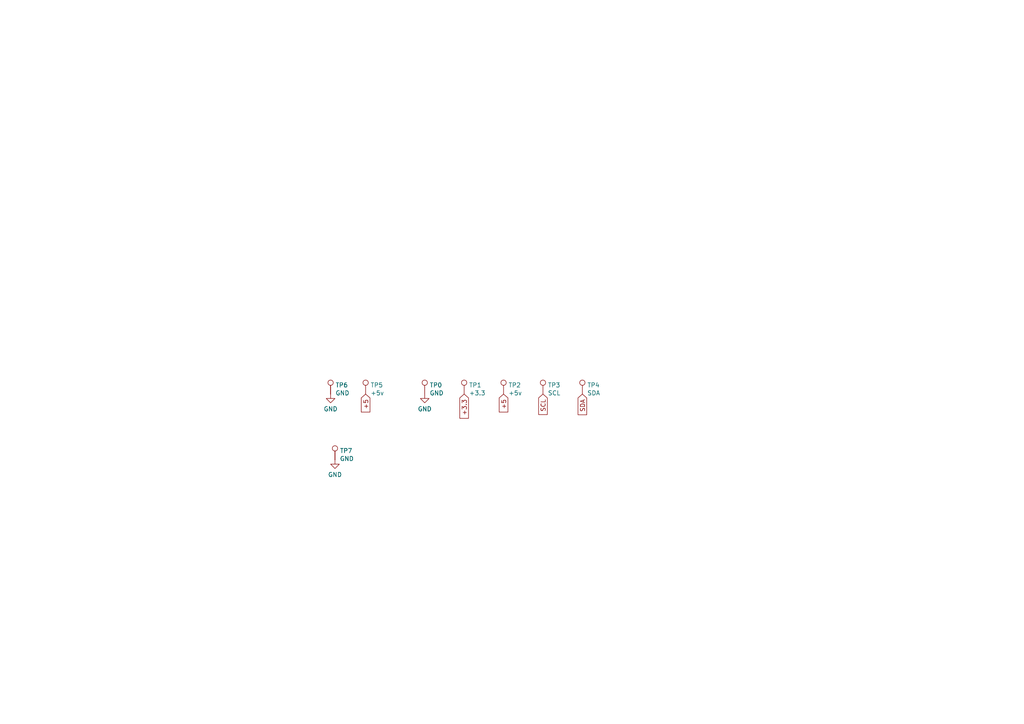
<source format=kicad_sch>
(kicad_sch (version 20210126) (generator eeschema)
  (paper "A4")
  (lib_symbols
    (symbol "Connector:TestPoint" (pin_numbers hide) (pin_names (offset 0.762) hide)
      (property "Reference" "TP" (at 0 6.858 0))
      (property "Value" "TestPoint" (at 0 5.08 0))
      (symbol "TestPoint_0_1"
        (circle (center 0 3.302) (radius 0.762))
      )
      (symbol "TestPoint_1_1"
        (pin passive line (at 0 0 90) (length 2.54) (name "1") (number "1"))
      )
    )
    (symbol "power:GND" (power) (pin_names (offset 0))
      (property "Value" "GND" (at 0 -3.81 0))
      (symbol "GND_0_1"
        (polyline (pts (xy 0 0) (xy 0 -1.27) (xy 1.27 -1.27) (xy 0 -2.54) (xy -1.27 -1.27) (xy 0 -1.27)))
      )
      (symbol "GND_1_1"
        (pin power_in line (at 0 0 270) (length 0) hide (name "GND") (number "1"))
      )
    )
  )
  (global_label "+5" (shape input) (at 106.045 114.3 270) (property "Intersheet References" "${INTERSHEET_REFS}" (effects hide)))
  (global_label "+3.3" (shape input) (at 134.62 114.3 270) (property "Intersheet References" "${INTERSHEET_REFS}" (effects hide)))
  (global_label "+5" (shape input) (at 146.05 114.3 270) (property "Intersheet References" "${INTERSHEET_REFS}" (effects hide)))
  (global_label "SCL" (shape input) (at 157.48 114.3 270) (property "Intersheet References" "${INTERSHEET_REFS}" (effects hide)))
  (global_label "SDA" (shape input) (at 168.91 114.3 270) (property "Intersheet References" "${INTERSHEET_REFS}" (effects hide)))
  (symbol (lib_id "Connector:TestPoint") (at 95.885 114.3 0) (unit 1)
    (property "Reference" "TP6" (at 97.2821 111.6976 0) (effects (justify left)))
    (property "Value" "GND" (at 97.2821 113.9963 0) (effects (justify left)))
    (property "Footprint" "TestPoint:TestPoint_Pad_D1.5mm" (effects hide))
  )
  (symbol (lib_id "Connector:TestPoint") (at 97.155 133.35 0) (unit 1)
    (property "Reference" "TP7" (at 98.5521 130.7476 0) (effects (justify left)))
    (property "Value" "GND" (at 98.5521 133.0463 0) (effects (justify left)))
    (property "Footprint" "TestPoint:TestPoint_Pad_D1.5mm" (effects hide))
  )
  (symbol (lib_id "Connector:TestPoint") (at 106.045 114.3 0) (unit 1)
    (property "Reference" "TP5" (at 107.4421 111.6976 0) (effects (justify left)))
    (property "Value" "+5v" (at 107.4421 113.9963 0) (effects (justify left)))
    (property "Footprint" "TestPoint:TestPoint_Pad_D1.5mm" (effects hide))
  )
  (symbol (lib_id "Connector:TestPoint") (at 123.19 114.3 0) (unit 1)
    (property "Reference" "TP0" (at 124.5871 111.6976 0) (effects (justify left)))
    (property "Value" "GND" (at 124.5871 113.9963 0) (effects (justify left)))
    (property "Footprint" "TestPoint:TestPoint_Pad_D1.5mm" (effects hide))
  )
  (symbol (lib_id "Connector:TestPoint") (at 134.62 114.3 0) (unit 1)
    (property "Reference" "TP1" (at 136.0171 111.6976 0) (effects (justify left)))
    (property "Value" "+3.3" (at 136.0171 113.9963 0) (effects (justify left)))
    (property "Footprint" "TestPoint:TestPoint_Pad_D1.5mm" (effects hide))
  )
  (symbol (lib_id "Connector:TestPoint") (at 146.05 114.3 0) (unit 1)
    (property "Reference" "TP2" (at 147.4471 111.6976 0) (effects (justify left)))
    (property "Value" "+5v" (at 147.4471 113.9963 0) (effects (justify left)))
    (property "Footprint" "TestPoint:TestPoint_Pad_D1.5mm" (effects hide))
  )
  (symbol (lib_id "Connector:TestPoint") (at 157.48 114.3 0) (unit 1)
    (property "Reference" "TP3" (at 158.8771 111.6976 0) (effects (justify left)))
    (property "Value" "SCL" (at 158.8771 113.9963 0) (effects (justify left)))
    (property "Footprint" "TestPoint:TestPoint_Pad_D1.5mm" (effects hide))
  )
  (symbol (lib_id "Connector:TestPoint") (at 168.91 114.3 0) (unit 1)
    (property "Reference" "TP4" (at 170.3071 111.6976 0) (effects (justify left)))
    (property "Value" "SDA" (at 170.3071 113.9963 0) (effects (justify left)))
    (property "Footprint" "TestPoint:TestPoint_Pad_D1.5mm" (effects hide))
  )
  (symbol (lib_id "power:GND") (at 95.885 114.3 0) (unit 1)
    (property "Reference" "#PWR0108" (effects hide))
    (property "Value" "GND" (at 95.885 118.6244 0))
  )
  (symbol (lib_id "power:GND") (at 97.155 133.35 0) (unit 1)
    (property "Reference" "#PWR0111" (effects hide))
    (property "Value" "GND" (at 97.155 137.6744 0))
  )
  (symbol (lib_id "power:GND") (at 123.19 114.3 0) (unit 1)
    (property "Reference" "#PWR0102" (effects hide))
    (property "Value" "GND" (at 123.19 118.6244 0))
  )
)
</source>
